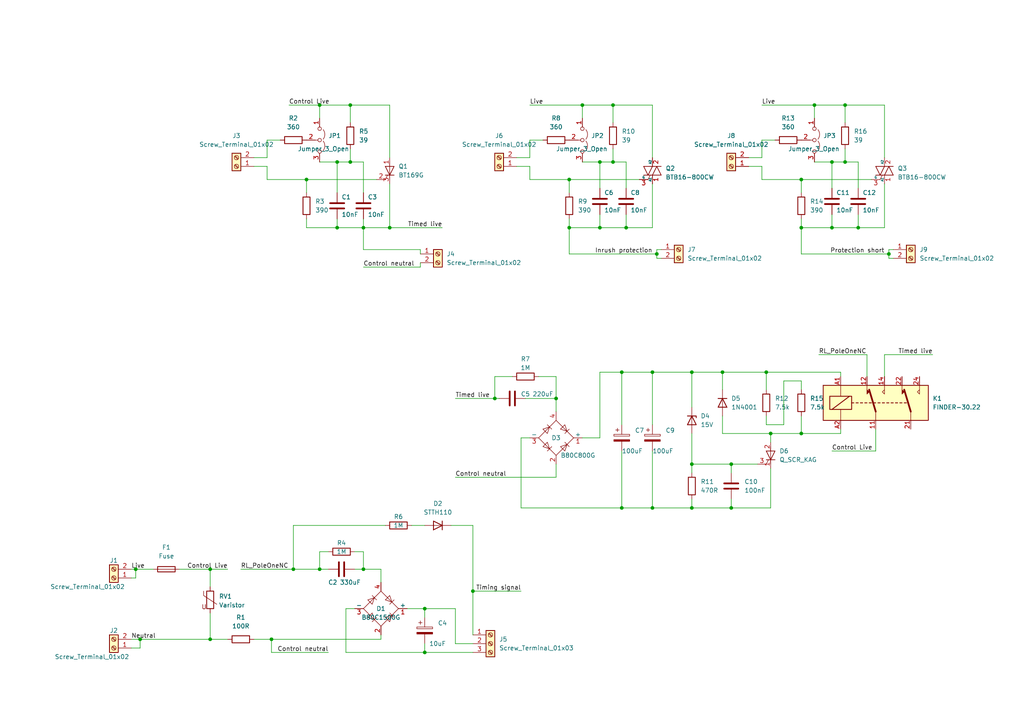
<source format=kicad_sch>
(kicad_sch (version 20211123) (generator eeschema)
  (paper "A4")
  (lib_symbols
    (symbol "Connector:Screw_Terminal_01x02" (pin_names (offset 1.016) hide)
      (property "Reference" "J" (at 0 2.54 0))
      (property "Value" "Screw_Terminal_01x02" (at 0 -5.08 0))
      (symbol "Screw_Terminal_01x02_1_1"
        (rectangle (start -1.27 1.27) (end 1.27 -3.81) (stroke (width 0.254)) (fill (type background)))
        (circle (center 0 -2.54) (radius 0.635) (stroke (width 0.1524)))
        (polyline (pts (xy -0.5334 -2.2098) (xy 0.3302 -3.048)) (stroke (width 0.1524)))
        (polyline (pts (xy -0.5334 0.3302) (xy 0.3302 -0.508)) (stroke (width 0.1524)))
        (polyline (pts (xy -0.3556 -2.032) (xy 0.508 -2.8702)) (stroke (width 0.1524)))
        (polyline (pts (xy -0.3556 0.508) (xy 0.508 -0.3302)) (stroke (width 0.1524)))
        (circle (center 0 0) (radius 0.635) (stroke (width 0.1524)))
        (pin passive line (at -5.08 0 0) (length 3.81) (name "Pin_1") (number "1"))
        (pin passive line (at -5.08 -2.54 0) (length 3.81) (name "Pin_2") (number "2"))
      )
    )
    (symbol "Connector:Screw_Terminal_01x03" (pin_names (offset 1.016) hide)
      (property "Reference" "J" (at 0 5.08 0))
      (property "Value" "Screw_Terminal_01x03" (at 0 -5.08 0))
      (symbol "Screw_Terminal_01x03_1_1"
        (rectangle (start -1.27 3.81) (end 1.27 -3.81) (stroke (width 0.254)) (fill (type background)))
        (circle (center 0 -2.54) (radius 0.635) (stroke (width 0.1524)))
        (polyline (pts (xy -0.5334 -2.2098) (xy 0.3302 -3.048)) (stroke (width 0.1524)))
        (polyline (pts (xy -0.5334 0.3302) (xy 0.3302 -0.508)) (stroke (width 0.1524)))
        (polyline (pts (xy -0.5334 2.8702) (xy 0.3302 2.032)) (stroke (width 0.1524)))
        (polyline (pts (xy -0.3556 -2.032) (xy 0.508 -2.8702)) (stroke (width 0.1524)))
        (polyline (pts (xy -0.3556 0.508) (xy 0.508 -0.3302)) (stroke (width 0.1524)))
        (polyline (pts (xy -0.3556 3.048) (xy 0.508 2.2098)) (stroke (width 0.1524)))
        (circle (center 0 0) (radius 0.635) (stroke (width 0.1524)))
        (circle (center 0 2.54) (radius 0.635) (stroke (width 0.1524)))
        (pin passive line (at -5.08 2.54 0) (length 3.81) (name "Pin_1") (number "1"))
        (pin passive line (at -5.08 0 0) (length 3.81) (name "Pin_2") (number "2"))
        (pin passive line (at -5.08 -2.54 0) (length 3.81) (name "Pin_3") (number "3"))
      )
    )
    (symbol "Device:C" (pin_numbers hide) (pin_names (offset 0.254))
      (property "Reference" "C" (at 0.635 2.54 0))
      (property "Value" "C" (at 0.635 -2.54 0))
      (symbol "C_0_1"
        (polyline (pts (xy -2.032 -0.762) (xy 2.032 -0.762)) (stroke (width 0.508)))
        (polyline (pts (xy -2.032 0.762) (xy 2.032 0.762)) (stroke (width 0.508)))
      )
      (symbol "C_1_1"
        (pin passive line (at 0 3.81 270) (length 2.794) (name "~") (number "1"))
        (pin passive line (at 0 -3.81 90) (length 2.794) (name "~") (number "2"))
      )
    )
    (symbol "Device:C_Polarized" (pin_numbers hide) (pin_names (offset 0.254))
      (property "Reference" "C" (at 0.635 2.54 0))
      (property "Value" "C_Polarized" (at 0.635 -2.54 0))
      (symbol "C_Polarized_0_1"
        (rectangle (start -2.286 0.508) (end 2.286 1.016))
        (polyline (pts (xy -1.778 2.286) (xy -0.762 2.286)))
        (polyline (pts (xy -1.27 2.794) (xy -1.27 1.778)))
        (rectangle (start 2.286 -0.508) (end -2.286 -1.016) (fill (type outline)))
      )
      (symbol "C_Polarized_1_1"
        (pin passive line (at 0 3.81 270) (length 2.794) (name "~") (number "1"))
        (pin passive line (at 0 -3.81 90) (length 2.794) (name "~") (number "2"))
      )
    )
    (symbol "Device:D" (pin_numbers hide) (pin_names (offset 1.016) hide)
      (property "Reference" "D" (at 0 2.54 0))
      (property "Value" "D" (at 0 -2.54 0))
      (symbol "D_0_1"
        (polyline (pts (xy -1.27 1.27) (xy -1.27 -1.27)) (stroke (width 0.254)))
        (polyline (pts (xy 1.27 0) (xy -1.27 0)))
        (polyline (pts (xy 1.27 1.27) (xy 1.27 -1.27) (xy -1.27 0) (xy 1.27 1.27)) (stroke (width 0.254)))
      )
      (symbol "D_1_1"
        (pin passive line (at -3.81 0 0) (length 2.54) (name "K") (number "1"))
        (pin passive line (at 3.81 0 180) (length 2.54) (name "A") (number "2"))
      )
    )
    (symbol "Device:D_Zener" (pin_numbers hide) (pin_names (offset 1.016) hide)
      (property "Reference" "D" (at 0 2.54 0))
      (property "Value" "D_Zener" (at 0 -2.54 0))
      (symbol "D_Zener_0_1"
        (polyline (pts (xy 1.27 0) (xy -1.27 0)))
        (polyline (pts (xy -1.27 -1.27) (xy -1.27 1.27) (xy -0.762 1.27)) (stroke (width 0.254)))
        (polyline (pts (xy 1.27 -1.27) (xy 1.27 1.27) (xy -1.27 0) (xy 1.27 -1.27)) (stroke (width 0.254)))
      )
      (symbol "D_Zener_1_1"
        (pin passive line (at -3.81 0 0) (length 2.54) (name "K") (number "1"))
        (pin passive line (at 3.81 0 180) (length 2.54) (name "A") (number "2"))
      )
    )
    (symbol "Device:Fuse" (pin_numbers hide) (pin_names (offset 0))
      (property "Reference" "F" (at 2.032 0 90))
      (property "Value" "Fuse" (at -1.905 0 90))
      (symbol "Fuse_0_1"
        (rectangle (start -0.762 -2.54) (end 0.762 2.54) (stroke (width 0.254)))
        (polyline (pts (xy 0 2.54) (xy 0 -2.54)))
      )
      (symbol "Fuse_1_1"
        (pin passive line (at 0 3.81 270) (length 1.27) (name "~") (number "1"))
        (pin passive line (at 0 -3.81 90) (length 1.27) (name "~") (number "2"))
      )
    )
    (symbol "Device:Q_SCR_KAG" (pin_names (offset 0) hide)
      (property "Reference" "D" (at 1.905 0.635 0))
      (property "Value" "Q_SCR_KAG" (at 1.905 -1.27 0))
      (symbol "Q_SCR_KAG_0_1"
        (polyline (pts (xy -1.27 -2.54) (xy -0.635 -1.27)))
        (polyline (pts (xy -1.27 -1.27) (xy 1.27 -1.27)) (stroke (width 0.2032)))
        (polyline (pts (xy 0 -2.54) (xy 0 2.54)))
        (polyline (pts (xy -1.27 1.27) (xy 1.27 1.27) (xy 0 -1.27) (xy -1.27 1.27)) (stroke (width 0.2032)))
      )
      (symbol "Q_SCR_KAG_1_1"
        (pin passive line (at 0 -3.81 90) (length 2.54) (name "K") (number "1"))
        (pin passive line (at 0 3.81 270) (length 2.54) (name "A") (number "2"))
        (pin input line (at -3.81 -2.54 0) (length 2.54) (name "G") (number "3"))
      )
    )
    (symbol "Device:R" (pin_numbers hide) (pin_names (offset 0))
      (property "Reference" "R" (at 2.032 0 90))
      (property "Value" "R" (at 0 0 90))
      (symbol "R_0_1"
        (rectangle (start -1.016 -2.54) (end 1.016 2.54) (stroke (width 0.254)))
      )
      (symbol "R_1_1"
        (pin passive line (at 0 3.81 270) (length 1.27) (name "~") (number "1"))
        (pin passive line (at 0 -3.81 90) (length 1.27) (name "~") (number "2"))
      )
    )
    (symbol "Device:Varistor" (pin_numbers hide) (pin_names (offset 0))
      (property "Reference" "RV" (at 3.175 0 90))
      (property "Value" "Varistor" (at -3.175 0 90))
      (symbol "Varistor_0_0"
        (text "U" (at -1.778 -2.032 0) (effects (font (size 1.27 1.27))))
      )
      (symbol "Varistor_0_1"
        (rectangle (start -1.016 -2.54) (end 1.016 2.54) (stroke (width 0.254)))
        (polyline (pts (xy -1.905 2.54) (xy -1.905 1.27) (xy 1.905 -1.27)))
      )
      (symbol "Varistor_1_1"
        (pin passive line (at 0 3.81 270) (length 1.27) (name "~") (number "1"))
        (pin passive line (at 0 -3.81 90) (length 1.27) (name "~") (number "2"))
      )
    )
    (symbol "Diode:1N4001" (pin_numbers hide) (pin_names (offset 1.016) hide)
      (property "Reference" "D" (at 0 2.54 0))
      (property "Value" "1N4001" (at 0 -2.54 0))
      (symbol "1N4001_0_1"
        (polyline (pts (xy -1.27 1.27) (xy -1.27 -1.27)) (stroke (width 0.254)))
        (polyline (pts (xy 1.27 0) (xy -1.27 0)))
        (polyline (pts (xy 1.27 1.27) (xy 1.27 -1.27) (xy -1.27 0) (xy 1.27 1.27)) (stroke (width 0.254)))
      )
      (symbol "1N4001_1_1"
        (pin passive line (at -3.81 0 0) (length 2.54) (name "K") (number "1"))
        (pin passive line (at 3.81 0 180) (length 2.54) (name "A") (number "2"))
      )
    )
    (symbol "Diode_Bridge:B80C1500G" (pin_names (offset 0))
      (property "Reference" "D" (at 2.54 6.985 0))
      (property "Value" "B80C1500G" (at 2.54 5.08 0))
      (symbol "B80C1500G_0_1"
        (polyline (pts (xy -2.54 3.81) (xy -1.27 2.54)))
        (polyline (pts (xy -1.27 -2.54) (xy -2.54 -3.81)))
        (polyline (pts (xy 2.54 -1.27) (xy 3.81 -2.54)))
        (polyline (pts (xy 2.54 1.27) (xy 3.81 2.54)))
        (polyline (pts (xy -3.81 2.54) (xy -2.54 1.27) (xy -1.905 3.175) (xy -3.81 2.54)))
        (polyline (pts (xy -2.54 -1.27) (xy -3.81 -2.54) (xy -1.905 -3.175) (xy -2.54 -1.27)))
        (polyline (pts (xy 1.27 2.54) (xy 2.54 3.81) (xy 3.175 1.905) (xy 1.27 2.54)))
        (polyline (pts (xy 3.175 -1.905) (xy 1.27 -2.54) (xy 2.54 -3.81) (xy 3.175 -1.905)))
        (polyline (pts (xy -5.08 0) (xy 0 -5.08) (xy 5.08 0) (xy 0 5.08) (xy -5.08 0)))
      )
      (symbol "B80C1500G_1_1"
        (pin passive line (at 7.62 0 180) (length 2.54) (name "+") (number "1"))
        (pin passive line (at 0 -7.62 90) (length 2.54) (name "~") (number "2"))
        (pin passive line (at -7.62 0 0) (length 2.54) (name "-") (number "3"))
        (pin passive line (at 0 7.62 270) (length 2.54) (name "~") (number "4"))
      )
    )
    (symbol "Jumper:Jumper_3_Open" (pin_names (offset 0) hide)
      (property "Reference" "JP" (at -2.54 -2.54 0))
      (property "Value" "Jumper_3_Open" (at 0 2.794 0))
      (symbol "Jumper_3_Open_0_0"
        (circle (center -3.302 0) (radius 0.508))
        (circle (center 0 0) (radius 0.508))
        (circle (center 3.302 0) (radius 0.508))
      )
      (symbol "Jumper_3_Open_0_1"
        (arc (start -0.254 1.016) (mid -1.651 1.4992) (end -3.048 1.016))
        (polyline (pts (xy 0 -0.508) (xy 0 -1.27)))
        (arc (start 3.048 1.016) (mid 1.651 1.4992) (end 0.254 1.016))
      )
      (symbol "Jumper_3_Open_1_1"
        (pin passive line (at -6.35 0 0) (length 2.54) (name "A") (number "1"))
        (pin passive line (at 0 -3.81 90) (length 2.54) (name "C") (number "2"))
        (pin passive line (at 6.35 0 180) (length 2.54) (name "B") (number "3"))
      )
    )
    (symbol "Relay:FINDER-30.22"
      (property "Reference" "K" (at 16.51 3.81 0))
      (property "Value" "FINDER-30.22" (at 16.51 1.27 0))
      (symbol "FINDER-30.22_0_0"
        (polyline (pts (xy -2.54 5.08) (xy -2.54 2.54) (xy -1.905 3.175) (xy -2.54 3.81)) (fill (type outline)))
        (polyline (pts (xy 2.54 5.08) (xy 2.54 2.54) (xy 1.905 3.175) (xy 2.54 3.81)))
        (polyline (pts (xy 7.62 5.08) (xy 7.62 2.54) (xy 8.255 3.175) (xy 7.62 3.81)) (fill (type outline)))
        (polyline (pts (xy 12.7 5.08) (xy 12.7 2.54) (xy 12.065 3.175) (xy 12.7 3.81)))
      )
      (symbol "FINDER-30.22_0_1"
        (rectangle (start -15.24 5.08) (end 15.24 -5.08) (stroke (width 0.254)) (fill (type background)))
        (rectangle (start -13.335 1.905) (end -6.985 -1.905) (stroke (width 0.254)))
        (polyline (pts (xy -12.7 -1.905) (xy -7.62 1.905)) (stroke (width 0.254)))
        (polyline (pts (xy -10.16 -5.08) (xy -10.16 -1.905)))
        (polyline (pts (xy -10.16 5.08) (xy -10.16 1.905)))
        (polyline (pts (xy -6.985 0) (xy -6.35 0)) (stroke (width 0.254)))
        (polyline (pts (xy -5.715 0) (xy -5.08 0)) (stroke (width 0.254)))
        (polyline (pts (xy -4.445 0) (xy -3.81 0)) (stroke (width 0.254)))
        (polyline (pts (xy -3.175 0) (xy -2.54 0)) (stroke (width 0.254)))
        (polyline (pts (xy -1.905 0) (xy -1.27 0)) (stroke (width 0.254)))
        (polyline (pts (xy -0.635 0) (xy 0 0)) (stroke (width 0.254)))
        (polyline (pts (xy 0 -2.54) (xy -1.905 3.81)) (stroke (width 0.508)))
        (polyline (pts (xy 0 -2.54) (xy 0 -5.08)))
        (polyline (pts (xy 0.635 0) (xy 1.27 0)) (stroke (width 0.254)))
        (polyline (pts (xy 1.905 0) (xy 2.54 0)) (stroke (width 0.254)))
        (polyline (pts (xy 3.175 0) (xy 3.81 0)) (stroke (width 0.254)))
        (polyline (pts (xy 4.445 0) (xy 5.08 0)) (stroke (width 0.254)))
        (polyline (pts (xy 5.715 0) (xy 6.35 0)) (stroke (width 0.254)))
        (polyline (pts (xy 6.985 0) (xy 7.62 0)) (stroke (width 0.254)))
        (polyline (pts (xy 8.255 0) (xy 8.89 0)) (stroke (width 0.254)))
        (polyline (pts (xy 10.16 -2.54) (xy 8.255 3.81)) (stroke (width 0.508)))
        (polyline (pts (xy 10.16 -2.54) (xy 10.16 -5.08)))
      )
      (symbol "FINDER-30.22_1_1"
        (pin passive line (at 0 -7.62 90) (length 2.54) (name "~") (number "11"))
        (pin passive line (at -2.54 7.62 270) (length 2.54) (name "~") (number "12"))
        (pin passive line (at 2.54 7.62 270) (length 2.54) (name "~") (number "14"))
        (pin passive line (at 10.16 -7.62 90) (length 2.54) (name "~") (number "21"))
        (pin passive line (at 7.62 7.62 270) (length 2.54) (name "~") (number "22"))
        (pin passive line (at 12.7 7.62 270) (length 2.54) (name "~") (number "24"))
        (pin passive line (at -10.16 7.62 270) (length 2.54) (name "~") (number "A1"))
        (pin passive line (at -10.16 -7.62 90) (length 2.54) (name "~") (number "A2"))
      )
    )
    (symbol "Triac_Thyristor:BT169G" (pin_names (offset 0) hide)
      (property "Reference" "Q" (at 2.54 1.905 0))
      (property "Value" "BT169G" (at 2.54 0 0))
      (symbol "BT169G_0_1"
        (polyline (pts (xy -1.27 -2.54) (xy -0.635 -1.27)))
        (polyline (pts (xy -1.27 -1.27) (xy 1.27 -1.27)) (stroke (width 0.2032)))
        (polyline (pts (xy 0 -2.54) (xy 0 2.54)))
        (polyline (pts (xy -1.27 1.27) (xy 1.27 1.27) (xy 0 -1.27) (xy -1.27 1.27)) (stroke (width 0.2032)))
      )
      (symbol "BT169G_1_1"
        (pin passive line (at 0 3.81 270) (length 2.54) (name "A") (number "1"))
        (pin input line (at -3.81 -2.54 0) (length 2.54) (name "G") (number "2"))
        (pin passive line (at 0 -3.81 90) (length 2.54) (name "K") (number "3"))
      )
    )
    (symbol "Triac_Thyristor:BTB16-800CW" (pin_names (offset 0))
      (property "Reference" "Q" (at 5.08 1.905 0))
      (property "Value" "BTB16-800CW" (at 5.08 0 0))
      (symbol "BTB16-800CW_0_1"
        (polyline (pts (xy -2.54 -1.27) (xy 2.54 -1.27)) (stroke (width 0.2032)))
        (polyline (pts (xy -2.54 1.27) (xy 2.54 1.27)) (stroke (width 0.2032)))
        (polyline (pts (xy -1.27 -2.54) (xy -0.635 -1.27)))
        (polyline (pts (xy -2.54 1.27) (xy -1.27 -1.27) (xy 0 1.27)) (stroke (width 0.2032)))
        (polyline (pts (xy 0 -1.27) (xy 1.27 1.27) (xy 2.54 -1.27)) (stroke (width 0.2032)))
      )
      (symbol "BTB16-800CW_1_1"
        (pin passive line (at 0 -3.81 90) (length 2.54) (name "A1") (number "1"))
        (pin passive line (at 0 3.81 270) (length 2.54) (name "A2") (number "2"))
        (pin input line (at -3.81 -2.54 0) (length 2.54) (name "G") (number "3"))
      )
    )
  )
  (junction (at 123.19 176.53))
  (junction (at 78.74 185.42))
  (junction (at 212.09 134.62))
  (junction (at 177.8 30.48))
  (junction (at 113.03 66.04))
  (junction (at 105.41 66.04))
  (junction (at 137.16 171.45))
  (junction (at 181.61 66.04))
  (junction (at 97.79 66.04))
  (junction (at 200.66 134.62))
  (junction (at 180.34 147.32))
  (junction (at 223.52 125.73))
  (junction (at 245.11 46.99))
  (junction (at 101.6 46.99))
  (junction (at 190.5 73.66))
  (junction (at 212.09 147.32))
  (junction (at 97.79 46.99))
  (junction (at 180.34 107.95))
  (junction (at 232.41 66.04))
  (junction (at 92.71 30.48))
  (junction (at 236.22 30.48))
  (junction (at 101.6 30.48))
  (junction (at 232.41 52.07))
  (junction (at 177.8 46.99))
  (junction (at 165.1 52.07))
  (junction (at 40.64 185.42))
  (junction (at 189.23 147.32))
  (junction (at 209.55 107.95))
  (junction (at 168.91 30.48))
  (junction (at 232.41 125.73))
  (junction (at 92.71 165.1))
  (junction (at 189.23 107.95))
  (junction (at 60.96 165.1))
  (junction (at 173.99 46.99))
  (junction (at 200.66 107.95))
  (junction (at 39.37 165.1))
  (junction (at 200.66 147.32))
  (junction (at 85.09 165.1))
  (junction (at 241.3 46.99))
  (junction (at 245.11 30.48))
  (junction (at 143.51 115.57))
  (junction (at 165.1 66.04))
  (junction (at 161.29 115.57))
  (junction (at 173.99 66.04))
  (junction (at 60.96 185.42))
  (junction (at 241.3 66.04))
  (junction (at 88.9 52.07))
  (junction (at 222.25 107.95))
  (junction (at 257.81 73.66))
  (junction (at 123.19 189.23))
  (junction (at 105.41 165.1))
  (junction (at 248.92 66.04))
  (wire (pts (xy 132.08 176.53) (xy 132.08 186.69)))
  (wire (pts (xy 161.29 109.22) (xy 161.29 115.57)))
  (wire (pts (xy 101.6 30.48) (xy 101.6 35.56)))
  (wire (pts (xy 177.8 30.48) (xy 189.23 30.48)))
  (wire (pts (xy 121.92 76.2) (xy 121.92 77.47)))
  (wire (pts (xy 248.92 62.23) (xy 248.92 66.04)))
  (wire (pts (xy 153.67 52.07) (xy 153.67 48.26)))
  (wire (pts (xy 220.98 45.72) (xy 217.17 45.72)))
  (wire (pts (xy 151.13 127) (xy 151.13 147.32)))
  (wire (pts (xy 177.8 43.18) (xy 177.8 46.99)))
  (wire (pts (xy 101.6 46.99) (xy 97.79 46.99)))
  (wire (pts (xy 220.98 48.26) (xy 217.17 48.26)))
  (wire (pts (xy 123.19 186.69) (xy 123.19 189.23)))
  (wire (pts (xy 200.66 147.32) (xy 212.09 147.32)))
  (wire (pts (xy 38.1 185.42) (xy 40.64 185.42)))
  (wire (pts (xy 60.96 165.1) (xy 60.96 170.18)))
  (wire (pts (xy 254 124.46) (xy 254 130.81)))
  (wire (pts (xy 121.92 73.66) (xy 121.92 72.39)))
  (wire (pts (xy 161.29 119.38) (xy 161.29 115.57)))
  (wire (pts (xy 173.99 46.99) (xy 173.99 54.61)))
  (wire (pts (xy 110.49 168.91) (xy 110.49 165.1)))
  (wire (pts (xy 85.09 152.4) (xy 85.09 165.1)))
  (wire (pts (xy 241.3 66.04) (xy 248.92 66.04)))
  (wire (pts (xy 173.99 62.23) (xy 173.99 66.04)))
  (wire (pts (xy 83.82 30.48) (xy 92.71 30.48)))
  (wire (pts (xy 232.41 63.5) (xy 232.41 66.04)))
  (wire (pts (xy 173.99 107.95) (xy 180.34 107.95)))
  (wire (pts (xy 223.52 147.32) (xy 223.52 135.89)))
  (wire (pts (xy 248.92 66.04) (xy 256.54 66.04)))
  (wire (pts (xy 38.1 187.96) (xy 40.64 187.96)))
  (wire (pts (xy 177.8 46.99) (xy 181.61 46.99)))
  (wire (pts (xy 223.52 125.73) (xy 223.52 128.27)))
  (wire (pts (xy 60.96 177.8) (xy 60.96 185.42)))
  (wire (pts (xy 237.49 102.87) (xy 251.46 102.87)))
  (wire (pts (xy 209.55 120.65) (xy 209.55 125.73)))
  (wire (pts (xy 245.11 30.48) (xy 256.54 30.48)))
  (wire (pts (xy 105.41 66.04) (xy 105.41 72.39)))
  (wire (pts (xy 177.8 30.48) (xy 177.8 35.56)))
  (wire (pts (xy 180.34 130.81) (xy 180.34 147.32)))
  (wire (pts (xy 101.6 46.99) (xy 105.41 46.99)))
  (wire (pts (xy 220.98 52.07) (xy 220.98 48.26)))
  (wire (pts (xy 209.55 107.95) (xy 209.55 113.03)))
  (wire (pts (xy 105.41 165.1) (xy 110.49 165.1)))
  (wire (pts (xy 245.11 43.18) (xy 245.11 46.99)))
  (wire (pts (xy 200.66 134.62) (xy 200.66 137.16)))
  (wire (pts (xy 222.25 107.95) (xy 222.25 113.03)))
  (wire (pts (xy 88.9 63.5) (xy 88.9 66.04)))
  (wire (pts (xy 223.52 125.73) (xy 232.41 125.73)))
  (wire (pts (xy 256.54 102.87) (xy 270.51 102.87)))
  (wire (pts (xy 257.81 73.66) (xy 257.81 74.93)))
  (wire (pts (xy 243.84 124.46) (xy 243.84 125.73)))
  (wire (pts (xy 180.34 123.19) (xy 180.34 107.95)))
  (wire (pts (xy 153.67 127) (xy 151.13 127)))
  (wire (pts (xy 241.3 62.23) (xy 241.3 66.04)))
  (wire (pts (xy 245.11 46.99) (xy 241.3 46.99)))
  (wire (pts (xy 137.16 171.45) (xy 137.16 152.4)))
  (wire (pts (xy 165.1 63.5) (xy 165.1 66.04)))
  (wire (pts (xy 191.77 72.39) (xy 190.5 72.39)))
  (wire (pts (xy 232.41 66.04) (xy 232.41 73.66)))
  (wire (pts (xy 153.67 45.72) (xy 149.86 45.72)))
  (wire (pts (xy 245.11 46.99) (xy 248.92 46.99)))
  (wire (pts (xy 232.41 52.07) (xy 252.73 52.07)))
  (wire (pts (xy 92.71 160.02) (xy 95.25 160.02)))
  (wire (pts (xy 209.55 125.73) (xy 223.52 125.73)))
  (wire (pts (xy 181.61 62.23) (xy 181.61 66.04)))
  (wire (pts (xy 73.66 48.26) (xy 77.47 48.26)))
  (wire (pts (xy 105.41 63.5) (xy 105.41 66.04)))
  (wire (pts (xy 77.47 52.07) (xy 88.9 52.07)))
  (wire (pts (xy 222.25 123.19) (xy 227.33 123.19)))
  (wire (pts (xy 165.1 73.66) (xy 190.5 73.66)))
  (wire (pts (xy 220.98 30.48) (xy 236.22 30.48)))
  (wire (pts (xy 156.21 109.22) (xy 161.29 109.22)))
  (wire (pts (xy 88.9 52.07) (xy 109.22 52.07)))
  (wire (pts (xy 39.37 165.1) (xy 44.45 165.1)))
  (wire (pts (xy 118.11 176.53) (xy 123.19 176.53)))
  (wire (pts (xy 105.41 66.04) (xy 113.03 66.04)))
  (wire (pts (xy 123.19 176.53) (xy 132.08 176.53)))
  (wire (pts (xy 39.37 167.64) (xy 39.37 165.1)))
  (wire (pts (xy 251.46 102.87) (xy 251.46 109.22)))
  (wire (pts (xy 153.67 52.07) (xy 165.1 52.07)))
  (wire (pts (xy 132.08 115.57) (xy 143.51 115.57)))
  (wire (pts (xy 97.79 63.5) (xy 97.79 66.04)))
  (wire (pts (xy 73.66 185.42) (xy 78.74 185.42)))
  (wire (pts (xy 73.66 45.72) (xy 77.47 45.72)))
  (wire (pts (xy 168.91 30.48) (xy 177.8 30.48)))
  (wire (pts (xy 181.61 46.99) (xy 181.61 54.61)))
  (wire (pts (xy 241.3 130.81) (xy 254 130.81)))
  (wire (pts (xy 92.71 165.1) (xy 95.25 165.1)))
  (wire (pts (xy 232.41 52.07) (xy 232.41 55.88)))
  (wire (pts (xy 137.16 184.15) (xy 137.16 171.45)))
  (wire (pts (xy 200.66 134.62) (xy 212.09 134.62)))
  (wire (pts (xy 78.74 185.42) (xy 110.49 185.42)))
  (wire (pts (xy 220.98 40.64) (xy 224.79 40.64)))
  (wire (pts (xy 236.22 46.99) (xy 241.3 46.99)))
  (wire (pts (xy 77.47 40.64) (xy 81.28 40.64)))
  (wire (pts (xy 137.16 171.45) (xy 151.13 171.45)))
  (wire (pts (xy 165.1 52.07) (xy 185.42 52.07)))
  (wire (pts (xy 113.03 30.48) (xy 113.03 45.72)))
  (wire (pts (xy 52.07 165.1) (xy 60.96 165.1)))
  (wire (pts (xy 92.71 30.48) (xy 101.6 30.48)))
  (wire (pts (xy 200.66 125.73) (xy 200.66 134.62)))
  (wire (pts (xy 177.8 46.99) (xy 173.99 46.99)))
  (wire (pts (xy 130.81 152.4) (xy 137.16 152.4)))
  (wire (pts (xy 60.96 185.42) (xy 66.04 185.42)))
  (wire (pts (xy 190.5 73.66) (xy 190.5 74.93)))
  (wire (pts (xy 189.23 147.32) (xy 200.66 147.32)))
  (wire (pts (xy 232.41 73.66) (xy 257.81 73.66)))
  (wire (pts (xy 38.1 165.1) (xy 39.37 165.1)))
  (wire (pts (xy 168.91 127) (xy 173.99 127)))
  (wire (pts (xy 102.87 165.1) (xy 105.41 165.1)))
  (wire (pts (xy 257.81 74.93) (xy 259.08 74.93)))
  (wire (pts (xy 189.23 107.95) (xy 200.66 107.95)))
  (wire (pts (xy 190.5 72.39) (xy 190.5 73.66)))
  (wire (pts (xy 189.23 53.34) (xy 189.23 66.04)))
  (wire (pts (xy 88.9 52.07) (xy 88.9 55.88)))
  (wire (pts (xy 60.96 165.1) (xy 66.04 165.1)))
  (wire (pts (xy 236.22 30.48) (xy 236.22 34.29)))
  (wire (pts (xy 259.08 72.39) (xy 257.81 72.39)))
  (wire (pts (xy 212.09 144.78) (xy 212.09 147.32)))
  (wire (pts (xy 189.23 123.19) (xy 189.23 107.95)))
  (wire (pts (xy 222.25 107.95) (xy 243.84 107.95)))
  (wire (pts (xy 189.23 130.81) (xy 189.23 147.32)))
  (wire (pts (xy 168.91 46.99) (xy 173.99 46.99)))
  (wire (pts (xy 153.67 40.64) (xy 153.67 45.72)))
  (wire (pts (xy 143.51 109.22) (xy 148.59 109.22)))
  (wire (pts (xy 227.33 110.49) (xy 232.41 110.49)))
  (wire (pts (xy 173.99 66.04) (xy 181.61 66.04)))
  (wire (pts (xy 111.76 152.4) (xy 85.09 152.4)))
  (wire (pts (xy 219.71 134.62) (xy 212.09 134.62)))
  (wire (pts (xy 189.23 30.48) (xy 189.23 45.72)))
  (wire (pts (xy 256.54 53.34) (xy 256.54 66.04)))
  (wire (pts (xy 69.85 165.1) (xy 85.09 165.1)))
  (wire (pts (xy 123.19 189.23) (xy 137.16 189.23)))
  (wire (pts (xy 77.47 40.64) (xy 77.47 45.72)))
  (wire (pts (xy 209.55 107.95) (xy 200.66 107.95)))
  (wire (pts (xy 143.51 109.22) (xy 143.51 115.57)))
  (wire (pts (xy 153.67 30.48) (xy 168.91 30.48)))
  (wire (pts (xy 40.64 187.96) (xy 40.64 185.42)))
  (wire (pts (xy 220.98 40.64) (xy 220.98 45.72)))
  (wire (pts (xy 232.41 66.04) (xy 241.3 66.04)))
  (wire (pts (xy 113.03 53.34) (xy 113.03 66.04)))
  (wire (pts (xy 243.84 107.95) (xy 243.84 109.22)))
  (wire (pts (xy 132.08 186.69) (xy 137.16 186.69)))
  (wire (pts (xy 78.74 185.42) (xy 78.74 189.23)))
  (wire (pts (xy 227.33 110.49) (xy 227.33 123.19)))
  (wire (pts (xy 165.1 66.04) (xy 173.99 66.04)))
  (wire (pts (xy 248.92 46.99) (xy 248.92 54.61)))
  (wire (pts (xy 92.71 30.48) (xy 92.71 34.29)))
  (wire (pts (xy 105.41 160.02) (xy 105.41 165.1)))
  (wire (pts (xy 222.25 123.19) (xy 222.25 120.65)))
  (wire (pts (xy 38.1 167.64) (xy 39.37 167.64)))
  (wire (pts (xy 113.03 66.04) (xy 128.27 66.04)))
  (wire (pts (xy 236.22 30.48) (xy 245.11 30.48)))
  (wire (pts (xy 100.33 176.53) (xy 100.33 189.23)))
  (wire (pts (xy 232.41 125.73) (xy 232.41 120.65)))
  (wire (pts (xy 181.61 66.04) (xy 189.23 66.04)))
  (wire (pts (xy 105.41 46.99) (xy 105.41 55.88)))
  (wire (pts (xy 92.71 46.99) (xy 97.79 46.99)))
  (wire (pts (xy 153.67 48.26) (xy 149.86 48.26)))
  (wire (pts (xy 168.91 30.48) (xy 168.91 34.29)))
  (wire (pts (xy 220.98 52.07) (xy 232.41 52.07)))
  (wire (pts (xy 180.34 147.32) (xy 189.23 147.32)))
  (wire (pts (xy 232.41 113.03) (xy 232.41 110.49)))
  (wire (pts (xy 119.38 152.4) (xy 123.19 152.4)))
  (wire (pts (xy 165.1 66.04) (xy 165.1 73.66)))
  (wire (pts (xy 102.87 160.02) (xy 105.41 160.02)))
  (wire (pts (xy 97.79 66.04) (xy 105.41 66.04)))
  (wire (pts (xy 180.34 107.95) (xy 189.23 107.95)))
  (wire (pts (xy 92.71 160.02) (xy 92.71 165.1)))
  (wire (pts (xy 132.08 138.43) (xy 161.29 138.43)))
  (wire (pts (xy 165.1 52.07) (xy 165.1 55.88)))
  (wire (pts (xy 161.29 138.43) (xy 161.29 134.62)))
  (wire (pts (xy 257.81 72.39) (xy 257.81 73.66)))
  (wire (pts (xy 123.19 176.53) (xy 123.19 179.07)))
  (wire (pts (xy 190.5 74.93) (xy 191.77 74.93)))
  (wire (pts (xy 77.47 48.26) (xy 77.47 52.07)))
  (wire (pts (xy 256.54 30.48) (xy 256.54 45.72)))
  (wire (pts (xy 245.11 30.48) (xy 245.11 35.56)))
  (wire (pts (xy 105.41 77.47) (xy 121.92 77.47)))
  (wire (pts (xy 110.49 185.42) (xy 110.49 184.15)))
  (wire (pts (xy 102.87 176.53) (xy 100.33 176.53)))
  (wire (pts (xy 85.09 165.1) (xy 92.71 165.1)))
  (wire (pts (xy 97.79 46.99) (xy 97.79 55.88)))
  (wire (pts (xy 88.9 66.04) (xy 97.79 66.04)))
  (wire (pts (xy 241.3 46.99) (xy 241.3 54.61)))
  (wire (pts (xy 101.6 30.48) (xy 113.03 30.48)))
  (wire (pts (xy 243.84 125.73) (xy 232.41 125.73)))
  (wire (pts (xy 40.64 185.42) (xy 60.96 185.42)))
  (wire (pts (xy 200.66 144.78) (xy 200.66 147.32)))
  (wire (pts (xy 100.33 189.23) (xy 123.19 189.23)))
  (wire (pts (xy 78.74 189.23) (xy 95.25 189.23)))
  (wire (pts (xy 212.09 134.62) (xy 212.09 137.16)))
  (wire (pts (xy 200.66 107.95) (xy 200.66 118.11)))
  (wire (pts (xy 151.13 147.32) (xy 180.34 147.32)))
  (wire (pts (xy 143.51 115.57) (xy 144.78 115.57)))
  (wire (pts (xy 173.99 127) (xy 173.99 107.95)))
  (wire (pts (xy 256.54 109.22) (xy 256.54 102.87)))
  (wire (pts (xy 105.41 72.39) (xy 121.92 72.39)))
  (wire (pts (xy 209.55 107.95) (xy 222.25 107.95)))
  (wire (pts (xy 153.67 40.64) (xy 157.48 40.64)))
  (wire (pts (xy 212.09 147.32) (xy 223.52 147.32)))
  (wire (pts (xy 101.6 43.18) (xy 101.6 46.99)))
  (wire (pts (xy 152.4 115.57) (xy 161.29 115.57)))
  (label "Inrush protection" (at 189.23 73.66 180))
  (label "Control Live" (at 241.3 130.81 0))
  (label "Control neutral" (at 95.25 189.23 180))
  (label "Timed live" (at 270.51 102.87 180))
  (label "Control neutral" (at 132.08 138.43 0))
  (label "Live" (at 153.67 30.48 0))
  (label "Control Live" (at 66.04 165.1 180))
  (label "Neutral" (at 38.1 185.42 0))
  (label "Timed live" (at 128.27 66.04 180))
  (label "Timing signal" (at 151.13 171.45 180))
  (label "RL_PoleOneNC" (at 69.85 165.1 0))
  (label "Timed live" (at 132.08 115.57 0))
  (label "Live" (at 220.98 30.48 0))
  (label "Live" (at 38.1 165.1 0))
  (label "Protection short" (at 256.54 73.66 180))
  (label "Control neutral" (at 105.41 77.47 0))
  (label "RL_PoleOneNC" (at 237.49 102.87 0))
  (label "Control Live" (at 83.82 30.48 0))
  (symbol (lib_id "Jumper:Jumper_3_Open") (at 92.71 40.64 270) (unit 1)
    (property "Reference" "JP1" (at 95.25 39.3699 90) (effects (justify left)))
    (property "Value" "Jumper_3_Open" (at 86.36 43.18 90) (effects (justify left)))
    (property "Footprint" "TerminalBlock:TerminalBlock_bornier-3_P5.08mm" (effects hide))
  )
  (symbol (lib_id "Device:R") (at 177.8 39.37 180) (unit 1)
    (property "Reference" "R10" (at 180.34 38.0999 0) (effects (justify right)))
    (property "Value" "39" (at 180.34 40.6399 0) (effects (justify right)))
    (property "Footprint" "Resistor_THT:R_Axial_DIN0207_L6.3mm_D2.5mm_P10.16mm_Horizontal" (effects hide))
  )
  (symbol (lib_id "Connector:Screw_Terminal_01x02") (at 212.09 48.26 180) (unit 1)
    (property "Reference" "J8" (at 212.09 39.37 0))
    (property "Value" "Screw_Terminal_01x02" (at 212.09 41.91 0))
    (property "Footprint" "TerminalBlock:TerminalBlock_Altech_AK300-2_P5.00mm" (effects hide))
  )
  (symbol (lib_id "Connector:Screw_Terminal_01x02") (at 264.16 72.39 0) (unit 1)
    (property "Reference" "J9" (at 266.7 72.3899 0) (effects (justify left)))
    (property "Value" "Screw_Terminal_01x02" (at 266.7 74.9299 0) (effects (justify left)))
    (property "Footprint" "TerminalBlock:TerminalBlock_Altech_AK300-2_P5.00mm" (effects hide))
  )
  (symbol (lib_id "Diode:1N4001") (at 209.55 116.84 270) (unit 1)
    (property "Reference" "D5" (at 212.09 115.5699 90) (effects (justify left)))
    (property "Value" "1N4001" (at 212.09 118.1099 90) (effects (justify left)))
    (property "Footprint" "Diode_THT:D_DO-41_SOD81_P10.16mm_Horizontal" (effects hide))
    (property "Datasheet" "http://www.vishay.com/docs/88503/1n4001.pdf" (effects hide))
  )
  (symbol (lib_id "Device:R") (at 88.9 59.69 180) (unit 1)
    (property "Reference" "R3" (at 91.44 58.4199 0) (effects (justify right)))
    (property "Value" "390" (at 91.44 60.9599 0) (effects (justify right)))
    (property "Footprint" "Resistor_THT:R_Axial_DIN0207_L6.3mm_D2.5mm_P10.16mm_Horizontal" (effects hide))
  )
  (symbol (lib_id "Connector:Screw_Terminal_01x02") (at 127 73.66 0) (unit 1)
    (property "Reference" "J4" (at 129.54 73.6599 0) (effects (justify left)))
    (property "Value" "Screw_Terminal_01x02" (at 129.54 76.1999 0) (effects (justify left)))
    (property "Footprint" "TerminalBlock:TerminalBlock_Altech_AK300-2_P5.00mm" (effects hide))
  )
  (symbol (lib_id "Connector:Screw_Terminal_01x02") (at 144.78 48.26 180) (unit 1)
    (property "Reference" "J6" (at 144.78 39.37 0))
    (property "Value" "Screw_Terminal_01x02" (at 144.78 41.91 0))
    (property "Footprint" "TerminalBlock:TerminalBlock_Altech_AK300-2_P5.00mm" (effects hide))
  )
  (symbol (lib_id "Connector:Screw_Terminal_01x02") (at 68.58 48.26 180) (unit 1)
    (property "Reference" "J3" (at 68.58 39.37 0))
    (property "Value" "Screw_Terminal_01x02" (at 68.58 41.91 0))
    (property "Footprint" "TerminalBlock:TerminalBlock_Altech_AK300-2_P5.00mm" (effects hide))
  )
  (symbol (lib_id "Device:Varistor") (at 60.96 173.99 0) (unit 1)
    (property "Reference" "RV1" (at 63.5 172.9731 0) (effects (justify left)))
    (property "Value" "Varistor" (at 63.5 175.5131 0) (effects (justify left)))
    (property "Footprint" "Varistor:RV_Disc_D12mm_W4.3mm_P7.5mm" (effects hide))
  )
  (symbol (lib_id "Device:C_Polarized") (at 180.34 127 0) (unit 1)
    (property "Reference" "C7" (at 184.15 124.8409 0) (effects (justify left)))
    (property "Value" "100uF" (at 180.34 130.81 0) (effects (justify left)))
    (property "Footprint" "Capacitor_THT:CP_Radial_D6.3mm_P2.50mm" (effects hide))
  )
  (symbol (lib_id "Device:Q_SCR_KAG") (at 223.52 132.08 0) (unit 1)
    (property "Reference" "D6" (at 226.06 130.8099 0) (effects (justify left)))
    (property "Value" "Q_SCR_KAG" (at 226.06 133.3499 0) (effects (justify left)))
    (property "Footprint" "Package_TO_SOT_THT:TO-220-3_Horizontal_TabDown" (effects hide))
  )
  (symbol (lib_id "Connector:Screw_Terminal_01x02") (at 196.85 72.39 0) (unit 1)
    (property "Reference" "J7" (at 199.39 72.3899 0) (effects (justify left)))
    (property "Value" "Screw_Terminal_01x02" (at 199.39 74.9299 0) (effects (justify left)))
    (property "Footprint" "TerminalBlock:TerminalBlock_Altech_AK300-2_P5.00mm" (effects hide))
  )
  (symbol (lib_id "Connector:Screw_Terminal_01x03") (at 142.24 186.69 0) (unit 1)
    (property "Reference" "J5" (at 144.78 185.4199 0) (effects (justify left)))
    (property "Value" "Screw_Terminal_01x03" (at 144.78 187.9599 0) (effects (justify left)))
    (property "Footprint" "TerminalBlock:TerminalBlock_Altech_AK300-3_P5.00mm" (effects hide))
  )
  (symbol (lib_id "Jumper:Jumper_3_Open") (at 236.22 40.64 270) (unit 1)
    (property "Reference" "JP3" (at 238.76 39.3699 90) (effects (justify left)))
    (property "Value" "Jumper_3_Open" (at 228.6 43.18 90) (effects (justify left)))
    (property "Footprint" "TerminalBlock:TerminalBlock_bornier-3_P5.08mm" (effects hide))
  )
  (symbol (lib_id "Device:C") (at 248.92 58.42 180) (unit 1)
    (property "Reference" "C12" (at 250.19 55.88 0) (effects (justify right)))
    (property "Value" "10nF" (at 250.19 60.96 0) (effects (justify right)))
    (property "Footprint" "Capacitor_THT:C_Rect_L18.0mm_W5.0mm_P15.00mm_FKS3_FKP3" (effects hide))
  )
  (symbol (lib_id "Device:C") (at 212.09 140.97 180) (unit 1)
    (property "Reference" "C10" (at 215.9 139.6999 0) (effects (justify right)))
    (property "Value" "100nF" (at 215.9 142.2399 0) (effects (justify right)))
    (property "Footprint" "Capacitor_THT:C_Disc_D5.0mm_W2.5mm_P5.00mm" (effects hide))
  )
  (symbol (lib_id "Device:R") (at 69.85 185.42 90) (unit 1)
    (property "Reference" "R1" (at 69.85 179.07 90))
    (property "Value" "100R" (at 69.85 181.61 90))
    (property "Footprint" "Resistor_THT:R_Axial_Power_L20.0mm_W6.4mm_P22.40mm" (effects hide))
  )
  (symbol (lib_id "Device:R") (at 165.1 59.69 180) (unit 1)
    (property "Reference" "R9" (at 167.64 58.4199 0) (effects (justify right)))
    (property "Value" "390" (at 167.64 60.9599 0) (effects (justify right)))
    (property "Footprint" "Resistor_THT:R_Axial_DIN0207_L6.3mm_D2.5mm_P10.16mm_Horizontal" (effects hide))
  )
  (symbol (lib_id "Device:R") (at 115.57 152.4 270) (unit 1)
    (property "Reference" "R6" (at 115.57 149.86 90))
    (property "Value" "1M" (at 115.57 152.4 90))
    (property "Footprint" "Resistor_THT:R_Axial_Power_L20.0mm_W6.4mm_P22.40mm" (effects hide))
  )
  (symbol (lib_id "Device:C") (at 241.3 58.42 180) (unit 1)
    (property "Reference" "C11" (at 242.57 55.88 0) (effects (justify right)))
    (property "Value" "10nF" (at 242.57 60.96 0) (effects (justify right)))
    (property "Footprint" "Capacitor_THT:C_Rect_L18.0mm_W5.0mm_P15.00mm_FKS3_FKP3" (effects hide))
  )
  (symbol (lib_id "Device:R") (at 152.4 109.22 90) (unit 1)
    (property "Reference" "R7" (at 152.4 104.14 90))
    (property "Value" "1M" (at 152.4 106.68 90))
    (property "Footprint" "Resistor_THT:R_Axial_Power_L20.0mm_W6.4mm_P22.40mm" (effects hide))
  )
  (symbol (lib_id "Device:R") (at 200.66 140.97 0) (unit 1)
    (property "Reference" "R11" (at 203.2 139.6999 0) (effects (justify left)))
    (property "Value" "470R" (at 203.2 142.2399 0) (effects (justify left)))
    (property "Footprint" "Resistor_THT:R_Axial_DIN0207_L6.3mm_D2.5mm_P10.16mm_Horizontal" (effects hide))
  )
  (symbol (lib_id "Device:R") (at 232.41 59.69 180) (unit 1)
    (property "Reference" "R14" (at 234.95 58.4199 0) (effects (justify right)))
    (property "Value" "390" (at 234.95 60.9599 0) (effects (justify right)))
    (property "Footprint" "Resistor_THT:R_Axial_DIN0207_L6.3mm_D2.5mm_P10.16mm_Horizontal" (effects hide))
  )
  (symbol (lib_id "Device:C") (at 173.99 58.42 180) (unit 1)
    (property "Reference" "C6" (at 175.26 55.88 0) (effects (justify right)))
    (property "Value" "10nF" (at 175.26 60.96 0) (effects (justify right)))
    (property "Footprint" "Capacitor_THT:C_Rect_L18.0mm_W5.0mm_P15.00mm_FKS3_FKP3" (effects hide))
  )
  (symbol (lib_id "Diode_Bridge:B80C1500G") (at 161.29 127 0) (unit 1)
    (property "Reference" "D3" (at 161.29 127 0))
    (property "Value" "B80C800G" (at 167.64 132.08 0))
    (property "Footprint" "Diode_THT:Diode_Bridge_Round_D9.8mm" (effects hide))
    (property "Datasheet" "https://www.vishay.com/docs/88501/b40c1500g.pdf" (effects hide))
  )
  (symbol (lib_id "Device:D") (at 127 152.4 180) (unit 1)
    (property "Reference" "D2" (at 127 146.05 0))
    (property "Value" "STTH110" (at 127 148.59 0))
    (property "Footprint" "Diode_THT:D_DO-41_SOD81_P10.16mm_Horizontal" (effects hide))
  )
  (symbol (lib_id "Device:R") (at 161.29 40.64 90) (unit 1)
    (property "Reference" "R8" (at 161.29 34.29 90))
    (property "Value" "360" (at 161.29 36.83 90))
    (property "Footprint" "Resistor_THT:R_Axial_DIN0207_L6.3mm_D2.5mm_P10.16mm_Horizontal" (effects hide))
  )
  (symbol (lib_id "Device:C_Polarized") (at 189.23 127 0) (unit 1)
    (property "Reference" "C9" (at 193.04 124.8409 0) (effects (justify left)))
    (property "Value" "100uF" (at 189.23 130.81 0) (effects (justify left)))
    (property "Footprint" "Capacitor_THT:CP_Radial_D6.3mm_P2.50mm" (effects hide))
  )
  (symbol (lib_id "Device:Fuse") (at 48.26 165.1 90) (unit 1)
    (property "Reference" "F1" (at 48.26 158.75 90))
    (property "Value" "Fuse" (at 48.26 161.29 90))
    (property "Footprint" "ITFootprints:Fuseholder_Clip-5x20mmOr6.3x32_Schurter_OG_Lateral_P20.00x5.00mm_D1.3mm_Horizontal" (effects hide))
  )
  (symbol (lib_id "Device:R") (at 85.09 40.64 90) (unit 1)
    (property "Reference" "R2" (at 85.09 34.29 90))
    (property "Value" "360" (at 85.09 36.83 90))
    (property "Footprint" "Resistor_THT:R_Axial_DIN0207_L6.3mm_D2.5mm_P10.16mm_Horizontal" (effects hide))
  )
  (symbol (lib_id "Device:R") (at 222.25 116.84 0) (unit 1)
    (property "Reference" "R12" (at 224.79 115.5699 0) (effects (justify left)))
    (property "Value" "7.5k" (at 224.79 118.1099 0) (effects (justify left)))
    (property "Footprint" "Resistor_THT:R_Axial_DIN0207_L6.3mm_D2.5mm_P10.16mm_Horizontal" (effects hide))
  )
  (symbol (lib_id "Connector:Screw_Terminal_01x02") (at 33.02 167.64 180) (unit 1)
    (property "Reference" "J1" (at 33.02 162.56 0))
    (property "Value" "Screw_Terminal_01x02" (at 25.4 170.18 0))
    (property "Footprint" "TerminalBlock:TerminalBlock_Altech_AK300-2_P5.00mm" (effects hide))
  )
  (symbol (lib_id "Device:R") (at 101.6 39.37 180) (unit 1)
    (property "Reference" "R5" (at 104.14 38.0999 0) (effects (justify right)))
    (property "Value" "39" (at 104.14 40.6399 0) (effects (justify right)))
    (property "Footprint" "Resistor_THT:R_Axial_DIN0207_L6.3mm_D2.5mm_P10.16mm_Horizontal" (effects hide))
  )
  (symbol (lib_id "Device:R") (at 245.11 39.37 180) (unit 1)
    (property "Reference" "R16" (at 247.65 38.0999 0) (effects (justify right)))
    (property "Value" "39" (at 247.65 40.6399 0) (effects (justify right)))
    (property "Footprint" "Resistor_THT:R_Axial_DIN0207_L6.3mm_D2.5mm_P10.16mm_Horizontal" (effects hide))
  )
  (symbol (lib_id "Device:C") (at 181.61 58.42 180) (unit 1)
    (property "Reference" "C8" (at 182.88 55.88 0) (effects (justify right)))
    (property "Value" "10nF" (at 182.88 60.96 0) (effects (justify right)))
    (property "Footprint" "Capacitor_THT:C_Rect_L18.0mm_W5.0mm_P15.00mm_FKS3_FKP3" (effects hide))
  )
  (symbol (lib_id "Diode_Bridge:B80C1500G") (at 110.49 176.53 0) (unit 1)
    (property "Reference" "D1" (at 110.49 176.53 0))
    (property "Value" "B80C1500G" (at 110.49 179.07 0))
    (property "Footprint" "Diode_THT:Diode_Bridge_Round_D9.8mm" (effects hide))
    (property "Datasheet" "https://www.vishay.com/docs/88501/b40c1500g.pdf" (effects hide))
  )
  (symbol (lib_id "Device:R") (at 228.6 40.64 90) (unit 1)
    (property "Reference" "R13" (at 228.6 34.29 90))
    (property "Value" "360" (at 228.6 36.83 90))
    (property "Footprint" "Resistor_THT:R_Axial_DIN0207_L6.3mm_D2.5mm_P10.16mm_Horizontal" (effects hide))
  )
  (symbol (lib_id "Device:C_Polarized") (at 123.19 182.88 0) (unit 1)
    (property "Reference" "C4" (at 127 180.7209 0) (effects (justify left)))
    (property "Value" "10uF" (at 124.46 186.69 0) (effects (justify left)))
    (property "Footprint" "Capacitor_THT:CP_Radial_D5.0mm_P2.00mm" (effects hide))
  )
  (symbol (lib_id "Triac_Thyristor:BTB16-800CW") (at 189.23 49.53 0) (unit 1)
    (property "Reference" "Q2" (at 193.04 48.8441 0) (effects (justify left)))
    (property "Value" "BTB16-800CW" (at 193.04 51.3841 0) (effects (justify left)))
    (property "Footprint" "Package_TO_SOT_THT:TO-220-3_Vertical" (effects hide))
    (property "Datasheet" "https://www.st.com/resource/en/datasheet/bta16.pdf" (effects hide))
  )
  (symbol (lib_id "Triac_Thyristor:BT169G") (at 113.03 49.53 0) (unit 1)
    (property "Reference" "Q1" (at 115.57 48.2599 0) (effects (justify left)))
    (property "Value" "BT169G" (at 115.57 50.7999 0) (effects (justify left)))
    (property "Footprint" "Package_TO_SOT_THT:TO-92_Inline" (effects hide))
    (property "Datasheet" "https://media.digikey.com/pdf/Data%20Sheets/NXP%20PDFs/BT169_Series.pdf" (effects hide))
  )
  (symbol (lib_id "Device:C") (at 148.59 115.57 90) (unit 1)
    (property "Reference" "C5" (at 152.4 114.3 90))
    (property "Value" "220uF" (at 157.48 114.3 90))
    (property "Footprint" "Capacitor_THT:C_Rect_L26.5mm_W6.0mm_P22.50mm_MKS4" (effects hide))
  )
  (symbol (lib_id "Device:R") (at 99.06 160.02 90) (unit 1)
    (property "Reference" "R4" (at 99.06 157.48 90))
    (property "Value" "1M" (at 99.06 160.02 90))
    (property "Footprint" "Resistor_THT:R_Axial_Power_L20.0mm_W6.4mm_P22.40mm" (effects hide))
  )
  (symbol (lib_id "Device:C") (at 105.41 59.69 180) (unit 1)
    (property "Reference" "C3" (at 106.68 57.15 0) (effects (justify right)))
    (property "Value" "10nF" (at 106.68 62.23 0) (effects (justify right)))
    (property "Footprint" "Capacitor_THT:C_Rect_L18.0mm_W5.0mm_P15.00mm_FKS3_FKP3" (effects hide))
  )
  (symbol (lib_id "Jumper:Jumper_3_Open") (at 168.91 40.64 270) (unit 1)
    (property "Reference" "JP2" (at 171.45 39.3699 90) (effects (justify left)))
    (property "Value" "Jumper_3_Open" (at 161.29 43.18 90) (effects (justify left)))
    (property "Footprint" "TerminalBlock:TerminalBlock_bornier-3_P5.08mm" (effects hide))
  )
  (symbol (lib_id "Triac_Thyristor:BTB16-800CW") (at 256.54 49.53 0) (unit 1)
    (property "Reference" "Q3" (at 260.35 48.8441 0) (effects (justify left)))
    (property "Value" "BTB16-800CW" (at 260.35 51.3841 0) (effects (justify left)))
    (property "Footprint" "Package_TO_SOT_THT:TO-220-3_Vertical" (effects hide))
    (property "Datasheet" "https://www.st.com/resource/en/datasheet/bta16.pdf" (effects hide))
  )
  (symbol (lib_id "Relay:FINDER-30.22") (at 254 116.84 0) (unit 1)
    (property "Reference" "K1" (at 270.51 115.5699 0) (effects (justify left)))
    (property "Value" "FINDER-30.22" (at 270.51 118.1099 0) (effects (justify left)))
    (property "Footprint" "Relay_THT:Relay_DPDT_Finder_40.52" (effects hide))
    (property "Datasheet" "http://gfinder.findernet.com/assets/Series/354/S30EN.pdf" (effects hide))
  )
  (symbol (lib_id "Connector:Screw_Terminal_01x02") (at 33.02 187.96 180) (unit 1)
    (property "Reference" "J2" (at 33.02 182.88 0))
    (property "Value" "Screw_Terminal_01x02" (at 26.67 190.5 0))
    (property "Footprint" "TerminalBlock:TerminalBlock_Altech_AK300-2_P5.00mm" (effects hide))
  )
  (symbol (lib_id "Device:C") (at 97.79 59.69 180) (unit 1)
    (property "Reference" "C1" (at 99.06 57.15 0) (effects (justify right)))
    (property "Value" "10nF" (at 99.06 62.23 0) (effects (justify right)))
    (property "Footprint" "Capacitor_THT:C_Rect_L18.0mm_W5.0mm_P15.00mm_FKS3_FKP3" (effects hide))
  )
  (symbol (lib_id "Device:R") (at 232.41 116.84 0) (unit 1)
    (property "Reference" "R15" (at 234.95 115.5699 0) (effects (justify left)))
    (property "Value" "7.5k" (at 234.95 118.1099 0) (effects (justify left)))
    (property "Footprint" "Resistor_THT:R_Axial_DIN0207_L6.3mm_D2.5mm_P10.16mm_Horizontal" (effects hide))
  )
  (symbol (lib_id "Device:C") (at 99.06 165.1 90) (unit 1)
    (property "Reference" "C2" (at 96.52 168.91 90))
    (property "Value" "330uF" (at 101.6 168.91 90))
    (property "Footprint" "Capacitor_THT:C_Rect_L18.0mm_W9.0mm_P15.00mm_FKS3_FKP3" (effects hide))
  )
  (symbol (lib_id "Device:D_Zener") (at 200.66 121.92 270) (unit 1)
    (property "Reference" "D4" (at 203.2 120.6499 90) (effects (justify left)))
    (property "Value" "15V" (at 203.2 123.1899 90) (effects (justify left)))
    (property "Footprint" "Diode_THT:D_DO-35_SOD27_P7.62mm_Horizontal" (effects hide))
  )
)
</source>
